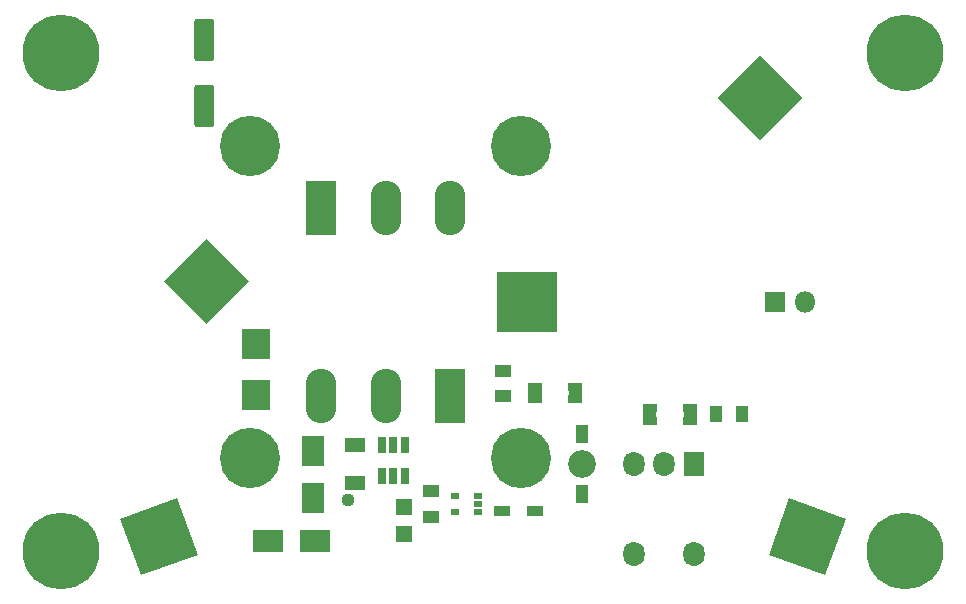
<source format=gbr>
G04 #@! TF.GenerationSoftware,KiCad,Pcbnew,(5.1.5-1-g2528d3844)*
G04 #@! TF.CreationDate,2020-01-09T12:33:36-05:00*
G04 #@! TF.ProjectId,diode-or,64696f64-652d-46f7-922e-6b696361645f,v1.0.0*
G04 #@! TF.SameCoordinates,Original*
G04 #@! TF.FileFunction,Soldermask,Bot*
G04 #@! TF.FilePolarity,Negative*
%FSLAX46Y46*%
G04 Gerber Fmt 4.6, Leading zero omitted, Abs format (unit mm)*
G04 Created by KiCad (PCBNEW (5.1.5-1-g2528d3844)) date 2020-01-09 12:33:36*
%MOMM*%
%LPD*%
G04 APERTURE LIST*
%ADD10C,0.100000*%
%ADD11C,2.351600*%
%ADD12R,1.101600X1.601600*%
%ADD13R,1.101600X1.401600*%
%ADD14R,1.401600X1.101600*%
%ADD15R,1.351600X1.401600*%
%ADD16R,1.701600X1.301600*%
%ADD17R,1.201600X0.676600*%
%ADD18R,0.701600X1.751600*%
%ADD19R,1.361600X0.931600*%
%ADD20O,1.801600X2.101600*%
%ADD21R,1.801600X2.101600*%
%ADD22R,0.751600X0.501600*%
%ADD23C,0.863600*%
%ADD24R,5.101600X5.101600*%
%ADD25R,0.751600X1.321600*%
%ADD26C,5.101600*%
%ADD27C,0.901600*%
%ADD28C,6.501600*%
%ADD29O,2.601600X4.601600*%
%ADD30R,2.601600X4.601600*%
%ADD31R,2.601600X1.901600*%
%ADD32R,1.901600X2.601600*%
%ADD33R,2.401600X2.601600*%
%ADD34O,1.801600X1.801600*%
%ADD35R,1.801600X1.801600*%
%ADD36C,1.117600*%
G04 APERTURE END LIST*
D10*
G36*
X178200000Y-103100000D02*
G01*
X177200000Y-103100000D01*
X177200000Y-104500000D01*
X178200000Y-104500000D01*
X178200000Y-103100000D01*
G37*
X178200000Y-103100000D02*
X177200000Y-103100000D01*
X177200000Y-104500000D01*
X178200000Y-104500000D01*
X178200000Y-103100000D01*
G36*
X174800000Y-103100000D02*
G01*
X173800000Y-103100000D01*
X173800000Y-104500000D01*
X174800000Y-104500000D01*
X174800000Y-103100000D01*
G37*
X174800000Y-103100000D02*
X173800000Y-103100000D01*
X173800000Y-104500000D01*
X174800000Y-104500000D01*
X174800000Y-103100000D01*
G36*
X164100000Y-102700000D02*
G01*
X165100000Y-102700000D01*
X165100000Y-101300000D01*
X164100000Y-101300000D01*
X164100000Y-102700000D01*
G37*
X164100000Y-102700000D02*
X165100000Y-102700000D01*
X165100000Y-101300000D01*
X164100000Y-101300000D01*
X164100000Y-102700000D01*
G36*
X167500000Y-102700000D02*
G01*
X168500000Y-102700000D01*
X168500000Y-101300000D01*
X167500000Y-101300000D01*
X167500000Y-102700000D01*
G37*
X167500000Y-102700000D02*
X168500000Y-102700000D01*
X168500000Y-101300000D01*
X167500000Y-101300000D01*
X167500000Y-102700000D01*
D11*
X168600000Y-108000000D03*
D12*
X168600000Y-110525000D03*
X168600000Y-105475000D03*
D13*
X182100000Y-103800000D03*
X179900000Y-103800000D03*
D14*
X161900000Y-100100000D03*
X161900000Y-102300000D03*
D15*
X153500000Y-111650000D03*
X153500000Y-113950000D03*
D16*
X149400000Y-109600000D03*
X149400000Y-106400000D03*
D17*
X177700000Y-103262500D03*
X177700000Y-104337500D03*
X174300000Y-104337500D03*
X174300000Y-103262500D03*
D18*
X177950000Y-103800000D03*
X174050000Y-103800000D03*
D17*
X164600000Y-102537500D03*
X164600000Y-101462500D03*
X168000000Y-101462500D03*
X168000000Y-102537500D03*
D18*
X164350000Y-102000000D03*
X168250000Y-102000000D03*
D19*
X164630000Y-112000000D03*
X161770000Y-112000000D03*
D14*
X155800000Y-110300000D03*
X155800000Y-112500000D03*
D20*
X178100000Y-115620000D03*
X173020000Y-115620000D03*
X173020000Y-108000000D03*
X175560000Y-108000000D03*
D21*
X178100000Y-108000000D03*
D22*
X157850000Y-110750000D03*
X157850000Y-112050000D03*
X159750000Y-111400000D03*
X159750000Y-112050000D03*
X159750000Y-110750000D03*
D23*
X186326963Y-115812877D03*
X187580513Y-116269132D03*
X188833123Y-116725044D03*
X189289036Y-115472434D03*
X189745291Y-114218884D03*
X190201204Y-112966274D03*
X188948594Y-112510361D03*
X187695044Y-112054106D03*
X186442433Y-111598193D03*
X185986521Y-112850804D03*
X185530266Y-114104354D03*
X185074353Y-115356964D03*
D10*
G36*
X189162321Y-117431012D02*
G01*
X184368385Y-115686162D01*
X186113235Y-110892226D01*
X190907171Y-112637076D01*
X189162321Y-117431012D01*
G37*
D23*
X182679252Y-75110972D03*
X181735972Y-76054252D03*
X180793398Y-76996825D03*
X181735972Y-77939399D03*
X182679252Y-78882679D03*
X183621825Y-79825253D03*
X184564399Y-78882679D03*
X185507679Y-77939399D03*
X186450253Y-76996825D03*
X185507679Y-76054252D03*
X184564399Y-75110972D03*
X183621825Y-74168398D03*
D10*
G36*
X180014449Y-76996825D02*
G01*
X183621825Y-73389449D01*
X187229201Y-76996825D01*
X183621825Y-80604201D01*
X180014449Y-76996825D01*
G37*
D23*
X161902216Y-93633000D03*
X161902216Y-94967000D03*
X161902216Y-96300000D03*
X163235216Y-96300000D03*
X164569216Y-96300000D03*
X165902216Y-96300000D03*
X165902216Y-94967000D03*
X165902216Y-93633000D03*
X165902216Y-92300000D03*
X164569216Y-92300000D03*
X163235216Y-92300000D03*
X161902216Y-92300000D03*
D24*
X163902216Y-94300000D03*
D23*
X132819487Y-116269132D03*
X134073037Y-115812877D03*
X135325647Y-115356964D03*
X134869734Y-114104354D03*
X134413479Y-112850804D03*
X133957567Y-111598193D03*
X132704956Y-112054106D03*
X131451406Y-112510361D03*
X130198796Y-112966274D03*
X130654709Y-114218884D03*
X131110964Y-115472434D03*
X131566877Y-116725044D03*
D10*
G36*
X136031615Y-115686162D02*
G01*
X131237679Y-117431012D01*
X129492829Y-112637076D01*
X134286765Y-110892226D01*
X136031615Y-115686162D01*
G37*
D23*
X137720748Y-94439028D03*
X138664028Y-93495748D03*
X139606602Y-92553175D03*
X138664028Y-91610601D03*
X137720748Y-90667321D03*
X136778175Y-89724747D03*
X135835601Y-90667321D03*
X134892321Y-91610601D03*
X133949747Y-92553175D03*
X134892321Y-93495748D03*
X135835601Y-94439028D03*
X136778175Y-95381602D03*
D10*
G36*
X140385551Y-92553175D02*
G01*
X136778175Y-96160551D01*
X133170799Y-92553175D01*
X136778175Y-88945799D01*
X140385551Y-92553175D01*
G37*
G36*
X137210985Y-70300480D02*
G01*
X137236795Y-70304309D01*
X137262104Y-70310648D01*
X137286671Y-70319439D01*
X137310258Y-70330594D01*
X137332637Y-70344008D01*
X137353594Y-70359551D01*
X137372927Y-70377073D01*
X137390449Y-70396406D01*
X137405992Y-70417363D01*
X137419406Y-70439742D01*
X137430561Y-70463329D01*
X137439352Y-70487896D01*
X137445691Y-70513205D01*
X137449520Y-70539015D01*
X137450800Y-70565075D01*
X137450800Y-73634925D01*
X137449520Y-73660985D01*
X137445691Y-73686795D01*
X137439352Y-73712104D01*
X137430561Y-73736671D01*
X137419406Y-73760258D01*
X137405992Y-73782637D01*
X137390449Y-73803594D01*
X137372927Y-73822927D01*
X137353594Y-73840449D01*
X137332637Y-73855992D01*
X137310258Y-73869406D01*
X137286671Y-73880561D01*
X137262104Y-73889352D01*
X137236795Y-73895691D01*
X137210985Y-73899520D01*
X137184925Y-73900800D01*
X136015075Y-73900800D01*
X135989015Y-73899520D01*
X135963205Y-73895691D01*
X135937896Y-73889352D01*
X135913329Y-73880561D01*
X135889742Y-73869406D01*
X135867363Y-73855992D01*
X135846406Y-73840449D01*
X135827073Y-73822927D01*
X135809551Y-73803594D01*
X135794008Y-73782637D01*
X135780594Y-73760258D01*
X135769439Y-73736671D01*
X135760648Y-73712104D01*
X135754309Y-73686795D01*
X135750480Y-73660985D01*
X135749200Y-73634925D01*
X135749200Y-70565075D01*
X135750480Y-70539015D01*
X135754309Y-70513205D01*
X135760648Y-70487896D01*
X135769439Y-70463329D01*
X135780594Y-70439742D01*
X135794008Y-70417363D01*
X135809551Y-70396406D01*
X135827073Y-70377073D01*
X135846406Y-70359551D01*
X135867363Y-70344008D01*
X135889742Y-70330594D01*
X135913329Y-70319439D01*
X135937896Y-70310648D01*
X135963205Y-70304309D01*
X135989015Y-70300480D01*
X136015075Y-70299200D01*
X137184925Y-70299200D01*
X137210985Y-70300480D01*
G37*
G36*
X137210985Y-75900480D02*
G01*
X137236795Y-75904309D01*
X137262104Y-75910648D01*
X137286671Y-75919439D01*
X137310258Y-75930594D01*
X137332637Y-75944008D01*
X137353594Y-75959551D01*
X137372927Y-75977073D01*
X137390449Y-75996406D01*
X137405992Y-76017363D01*
X137419406Y-76039742D01*
X137430561Y-76063329D01*
X137439352Y-76087896D01*
X137445691Y-76113205D01*
X137449520Y-76139015D01*
X137450800Y-76165075D01*
X137450800Y-79234925D01*
X137449520Y-79260985D01*
X137445691Y-79286795D01*
X137439352Y-79312104D01*
X137430561Y-79336671D01*
X137419406Y-79360258D01*
X137405992Y-79382637D01*
X137390449Y-79403594D01*
X137372927Y-79422927D01*
X137353594Y-79440449D01*
X137332637Y-79455992D01*
X137310258Y-79469406D01*
X137286671Y-79480561D01*
X137262104Y-79489352D01*
X137236795Y-79495691D01*
X137210985Y-79499520D01*
X137184925Y-79500800D01*
X136015075Y-79500800D01*
X135989015Y-79499520D01*
X135963205Y-79495691D01*
X135937896Y-79489352D01*
X135913329Y-79480561D01*
X135889742Y-79469406D01*
X135867363Y-79455992D01*
X135846406Y-79440449D01*
X135827073Y-79422927D01*
X135809551Y-79403594D01*
X135794008Y-79382637D01*
X135780594Y-79360258D01*
X135769439Y-79336671D01*
X135760648Y-79312104D01*
X135754309Y-79286795D01*
X135750480Y-79260985D01*
X135749200Y-79234925D01*
X135749200Y-76165075D01*
X135750480Y-76139015D01*
X135754309Y-76113205D01*
X135760648Y-76087896D01*
X135769439Y-76063329D01*
X135780594Y-76039742D01*
X135794008Y-76017363D01*
X135809551Y-75996406D01*
X135827073Y-75977073D01*
X135846406Y-75959551D01*
X135867363Y-75944008D01*
X135889742Y-75930594D01*
X135913329Y-75919439D01*
X135937896Y-75910648D01*
X135963205Y-75904309D01*
X135989015Y-75900480D01*
X136015075Y-75899200D01*
X137184925Y-75899200D01*
X137210985Y-75900480D01*
G37*
D25*
X153550000Y-106390000D03*
X152600000Y-106390000D03*
X151650000Y-106390000D03*
X151650000Y-109010000D03*
X152600000Y-109010000D03*
X153550000Y-109010000D03*
D26*
X140501109Y-107500000D03*
X163401109Y-107500000D03*
X163401109Y-81100000D03*
X140501109Y-81100000D03*
D27*
X197597056Y-113702944D03*
X195900000Y-113000000D03*
X194202944Y-113702944D03*
X193500000Y-115400000D03*
X194202944Y-117097056D03*
X195900000Y-117800000D03*
X197597056Y-117097056D03*
X198300000Y-115400000D03*
D28*
X195900000Y-115400000D03*
D27*
X126197056Y-113702944D03*
X124500000Y-113000000D03*
X122802944Y-113702944D03*
X122100000Y-115400000D03*
X122802944Y-117097056D03*
X124500000Y-117800000D03*
X126197056Y-117097056D03*
X126900000Y-115400000D03*
D28*
X124500000Y-115400000D03*
D27*
X197597056Y-71502944D03*
X195900000Y-70800000D03*
X194202944Y-71502944D03*
X193500000Y-73200000D03*
X194202944Y-74897056D03*
X195900000Y-75600000D03*
X197597056Y-74897056D03*
X198300000Y-73200000D03*
D28*
X195900000Y-73200000D03*
D27*
X126197056Y-71502944D03*
X124500000Y-70800000D03*
X122802944Y-71502944D03*
X122100000Y-73200000D03*
X122802944Y-74897056D03*
X124500000Y-75600000D03*
X126197056Y-74897056D03*
X126900000Y-73200000D03*
D28*
X124500000Y-73200000D03*
D29*
X146501109Y-102300000D03*
X151951109Y-102300000D03*
D30*
X157401109Y-102300000D03*
D31*
X146000000Y-114500000D03*
X142000000Y-114500000D03*
D32*
X145800000Y-110900000D03*
X145800000Y-106900000D03*
D33*
X141000000Y-102150000D03*
X141000000Y-97850000D03*
D29*
X157401109Y-86300000D03*
X151951109Y-86300000D03*
D30*
X146501109Y-86300000D03*
D34*
X187440000Y-94300000D03*
D35*
X184900000Y-94300000D03*
D36*
X148800000Y-111100000D03*
M02*

</source>
